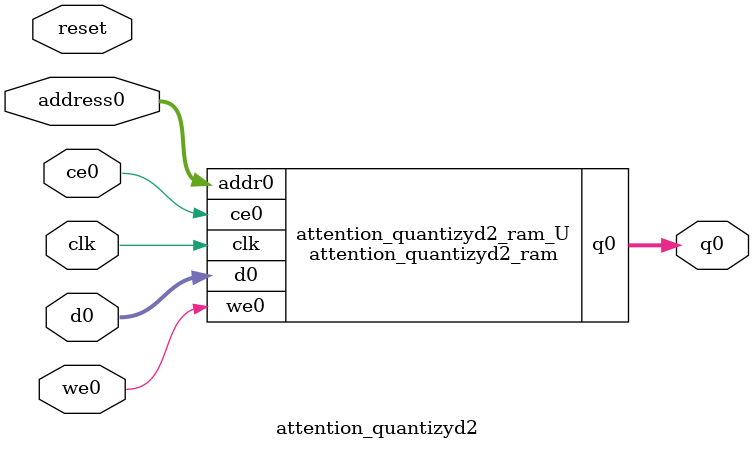
<source format=v>
`timescale 1 ns / 1 ps
module attention_quantizyd2_ram (addr0, ce0, d0, we0, q0,  clk);

parameter DWIDTH = 8;
parameter AWIDTH = 3;
parameter MEM_SIZE = 6;

input[AWIDTH-1:0] addr0;
input ce0;
input[DWIDTH-1:0] d0;
input we0;
output reg[DWIDTH-1:0] q0;
input clk;

(* ram_style = "distributed" *)reg [DWIDTH-1:0] ram[0:MEM_SIZE-1];




always @(posedge clk)  
begin 
    if (ce0) begin
        if (we0) 
            ram[addr0] <= d0; 
        q0 <= ram[addr0];
    end
end


endmodule

`timescale 1 ns / 1 ps
module attention_quantizyd2(
    reset,
    clk,
    address0,
    ce0,
    we0,
    d0,
    q0);

parameter DataWidth = 32'd8;
parameter AddressRange = 32'd6;
parameter AddressWidth = 32'd3;
input reset;
input clk;
input[AddressWidth - 1:0] address0;
input ce0;
input we0;
input[DataWidth - 1:0] d0;
output[DataWidth - 1:0] q0;



attention_quantizyd2_ram attention_quantizyd2_ram_U(
    .clk( clk ),
    .addr0( address0 ),
    .ce0( ce0 ),
    .we0( we0 ),
    .d0( d0 ),
    .q0( q0 ));

endmodule


</source>
